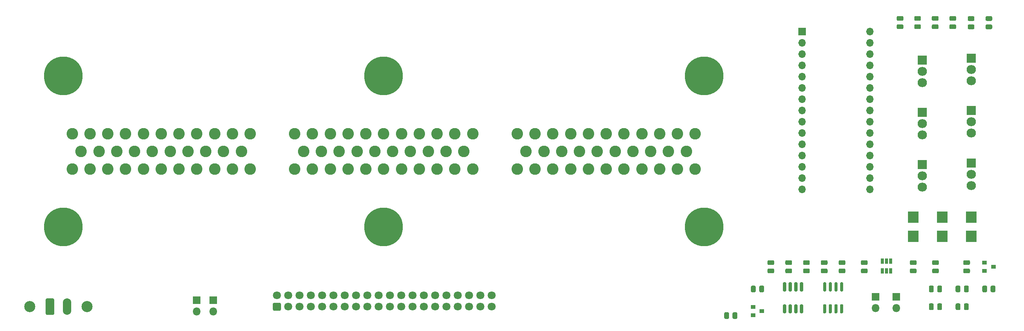
<source format=gbr>
%TF.GenerationSoftware,KiCad,Pcbnew,(5.1.6)-1*%
%TF.CreationDate,2021-10-20T19:30:18-05:00*%
%TF.ProjectId,Jeep JTEC,4a656570-204a-4544-9543-2e6b69636164,rev?*%
%TF.SameCoordinates,Original*%
%TF.FileFunction,Soldermask,Top*%
%TF.FilePolarity,Negative*%
%FSLAX46Y46*%
G04 Gerber Fmt 4.6, Leading zero omitted, Abs format (unit mm)*
G04 Created by KiCad (PCBNEW (5.1.6)-1) date 2021-10-20 19:30:18*
%MOMM*%
%LPD*%
G01*
G04 APERTURE LIST*
%ADD10C,2.600000*%
%ADD11O,1.800000X1.800000*%
%ADD12R,1.800000X1.800000*%
%ADD13R,2.400000X2.600000*%
%ADD14R,0.750000X1.160000*%
%ADD15C,1.000000*%
%ADD16C,8.700000*%
%ADD17C,2.500000*%
%ADD18O,1.900000X3.700000*%
%ADD19O,2.100000X2.005000*%
%ADD20R,2.100000X2.005000*%
%ADD21R,1.000000X0.900000*%
%ADD22C,1.800000*%
%ADD23O,1.700000X1.700000*%
%ADD24R,1.700000X1.700000*%
G04 APERTURE END LIST*
D10*
%TO.C,C1*%
X50000000Y-85000000D03*
X54000000Y-85000000D03*
X58000000Y-85000000D03*
X62000000Y-85000000D03*
X66000000Y-85000000D03*
X70000000Y-85000000D03*
X74000000Y-85000000D03*
X78000000Y-85000000D03*
X82000000Y-85000000D03*
X86000000Y-85000000D03*
X90000000Y-85000000D03*
X52000000Y-89000000D03*
X56000000Y-89000000D03*
X60000000Y-89000000D03*
X64000000Y-89000000D03*
X68000000Y-89000000D03*
X72000000Y-89000000D03*
X76000000Y-89000000D03*
X80000000Y-89000000D03*
X84000000Y-89000000D03*
X88000000Y-89000000D03*
X50000000Y-93000000D03*
X54000000Y-93000000D03*
X58000000Y-93000000D03*
X62000000Y-93000000D03*
X66000000Y-93000000D03*
X70000000Y-93000000D03*
X74000000Y-93000000D03*
X78000000Y-93000000D03*
X82000000Y-93000000D03*
X86000000Y-93000000D03*
X90000000Y-93000000D03*
%TD*%
%TO.C,C3*%
X150000000Y-85000000D03*
X154000000Y-85000000D03*
X158000000Y-85000000D03*
X162000000Y-85000000D03*
X166000000Y-85000000D03*
X170000000Y-85000000D03*
X174000000Y-85000000D03*
X178000000Y-85000000D03*
X182000000Y-85000000D03*
X186000000Y-85000000D03*
X190000000Y-85000000D03*
X152000000Y-89000000D03*
X156000000Y-89000000D03*
X160000000Y-89000000D03*
X164000000Y-89000000D03*
X168000000Y-89000000D03*
X172000000Y-89000000D03*
X176000000Y-89000000D03*
X180000000Y-89000000D03*
X184000000Y-89000000D03*
X188000000Y-89000000D03*
X150000000Y-93000000D03*
X154000000Y-93000000D03*
X158000000Y-93000000D03*
X162000000Y-93000000D03*
X166000000Y-93000000D03*
X170000000Y-93000000D03*
X174000000Y-93000000D03*
X178000000Y-93000000D03*
X182000000Y-93000000D03*
X186000000Y-93000000D03*
X190000000Y-93000000D03*
%TD*%
%TO.C,C2*%
X100000000Y-85000000D03*
X104000000Y-85000000D03*
X108000000Y-85000000D03*
X112000000Y-85000000D03*
X116000000Y-85000000D03*
X120000000Y-85000000D03*
X124000000Y-85000000D03*
X128000000Y-85000000D03*
X132000000Y-85000000D03*
X136000000Y-85000000D03*
X140000000Y-85000000D03*
X102000000Y-89000000D03*
X106000000Y-89000000D03*
X110000000Y-89000000D03*
X114000000Y-89000000D03*
X118000000Y-89000000D03*
X122000000Y-89000000D03*
X126000000Y-89000000D03*
X130000000Y-89000000D03*
X134000000Y-89000000D03*
X138000000Y-89000000D03*
X100000000Y-93000000D03*
X104000000Y-93000000D03*
X108000000Y-93000000D03*
X112000000Y-93000000D03*
X116000000Y-93000000D03*
X120000000Y-93000000D03*
X124000000Y-93000000D03*
X128000000Y-93000000D03*
X132000000Y-93000000D03*
X136000000Y-93000000D03*
X140000000Y-93000000D03*
%TD*%
D11*
%TO.C,JP5*%
X81650000Y-125040000D03*
D12*
X81650000Y-122500000D03*
%TD*%
D11*
%TO.C,JP4*%
X78000000Y-125040000D03*
D12*
X78000000Y-122500000D03*
%TD*%
D13*
%TO.C,D4*%
X252000000Y-103850000D03*
X252000000Y-108150000D03*
%TD*%
%TO.C,D3*%
X245550000Y-103850000D03*
X245550000Y-108150000D03*
%TD*%
%TO.C,D2*%
X239000000Y-103850000D03*
X239000000Y-108150000D03*
%TD*%
D14*
%TO.C,U2*%
X233000000Y-113720000D03*
X232050000Y-113720000D03*
X233950000Y-113720000D03*
X233950000Y-115920000D03*
X233000000Y-115920000D03*
X232050000Y-115920000D03*
%TD*%
%TO.C,R19*%
G36*
G01*
X198400000Y-126481250D02*
X198400000Y-125518750D01*
G75*
G02*
X198668750Y-125250000I268750J0D01*
G01*
X199206250Y-125250000D01*
G75*
G02*
X199475000Y-125518750I0J-268750D01*
G01*
X199475000Y-126481250D01*
G75*
G02*
X199206250Y-126750000I-268750J0D01*
G01*
X198668750Y-126750000D01*
G75*
G02*
X198400000Y-126481250I0J268750D01*
G01*
G37*
G36*
G01*
X196525000Y-126481250D02*
X196525000Y-125518750D01*
G75*
G02*
X196793750Y-125250000I268750J0D01*
G01*
X197331250Y-125250000D01*
G75*
G02*
X197600000Y-125518750I0J-268750D01*
G01*
X197600000Y-126481250D01*
G75*
G02*
X197331250Y-126750000I-268750J0D01*
G01*
X196793750Y-126750000D01*
G75*
G02*
X196525000Y-126481250I0J268750D01*
G01*
G37*
%TD*%
D15*
%TO.C,H6*%
X194280419Y-103719581D03*
X192000000Y-102775000D03*
X189719581Y-103719581D03*
X188775000Y-106000000D03*
X189719581Y-108280419D03*
X192000000Y-109225000D03*
X194280419Y-108280419D03*
X195225000Y-106000000D03*
D16*
X192000000Y-106000000D03*
%TD*%
D15*
%TO.C,H5*%
X194280419Y-69719581D03*
X192000000Y-68775000D03*
X189719581Y-69719581D03*
X188775000Y-72000000D03*
X189719581Y-74280419D03*
X192000000Y-75225000D03*
X194280419Y-74280419D03*
X195225000Y-72000000D03*
D16*
X192000000Y-72000000D03*
%TD*%
D15*
%TO.C,H4*%
X50280419Y-69719581D03*
X48000000Y-68775000D03*
X45719581Y-69719581D03*
X44775000Y-72000000D03*
X45719581Y-74280419D03*
X48000000Y-75225000D03*
X50280419Y-74280419D03*
X51225000Y-72000000D03*
D16*
X48000000Y-72000000D03*
%TD*%
D15*
%TO.C,H3*%
X122280419Y-69719581D03*
X120000000Y-68775000D03*
X117719581Y-69719581D03*
X116775000Y-72000000D03*
X117719581Y-74280419D03*
X120000000Y-75225000D03*
X122280419Y-74280419D03*
X123225000Y-72000000D03*
D16*
X120000000Y-72000000D03*
%TD*%
D15*
%TO.C,H2*%
X50280419Y-103719581D03*
X48000000Y-102775000D03*
X45719581Y-103719581D03*
X44775000Y-106000000D03*
X45719581Y-108280419D03*
X48000000Y-109225000D03*
X50280419Y-108280419D03*
X51225000Y-106000000D03*
D16*
X48000000Y-106000000D03*
%TD*%
D15*
%TO.C,H1*%
X122280419Y-103719581D03*
X120000000Y-102775000D03*
X117719581Y-103719581D03*
X116775000Y-106000000D03*
X117719581Y-108280419D03*
X120000000Y-109225000D03*
X122280419Y-108280419D03*
X123225000Y-106000000D03*
D16*
X120000000Y-106000000D03*
%TD*%
D17*
%TO.C,J2*%
X53310000Y-124000000D03*
X40500000Y-124000000D03*
D18*
X48810000Y-124000000D03*
G36*
G01*
X44050000Y-125586111D02*
X44050000Y-122413889D01*
G75*
G02*
X44313889Y-122150000I263889J0D01*
G01*
X45686111Y-122150000D01*
G75*
G02*
X45950000Y-122413889I0J-263889D01*
G01*
X45950000Y-125586111D01*
G75*
G02*
X45686111Y-125850000I-263889J0D01*
G01*
X44313889Y-125850000D01*
G75*
G02*
X44050000Y-125586111I0J263889D01*
G01*
G37*
%TD*%
%TO.C,U1*%
G36*
G01*
X219270000Y-120550000D02*
X218920000Y-120550000D01*
G75*
G02*
X218745000Y-120375000I0J175000D01*
G01*
X218745000Y-118675000D01*
G75*
G02*
X218920000Y-118500000I175000J0D01*
G01*
X219270000Y-118500000D01*
G75*
G02*
X219445000Y-118675000I0J-175000D01*
G01*
X219445000Y-120375000D01*
G75*
G02*
X219270000Y-120550000I-175000J0D01*
G01*
G37*
G36*
G01*
X220540000Y-120550000D02*
X220190000Y-120550000D01*
G75*
G02*
X220015000Y-120375000I0J175000D01*
G01*
X220015000Y-118675000D01*
G75*
G02*
X220190000Y-118500000I175000J0D01*
G01*
X220540000Y-118500000D01*
G75*
G02*
X220715000Y-118675000I0J-175000D01*
G01*
X220715000Y-120375000D01*
G75*
G02*
X220540000Y-120550000I-175000J0D01*
G01*
G37*
G36*
G01*
X221810000Y-120550000D02*
X221460000Y-120550000D01*
G75*
G02*
X221285000Y-120375000I0J175000D01*
G01*
X221285000Y-118675000D01*
G75*
G02*
X221460000Y-118500000I175000J0D01*
G01*
X221810000Y-118500000D01*
G75*
G02*
X221985000Y-118675000I0J-175000D01*
G01*
X221985000Y-120375000D01*
G75*
G02*
X221810000Y-120550000I-175000J0D01*
G01*
G37*
G36*
G01*
X223080000Y-120550000D02*
X222730000Y-120550000D01*
G75*
G02*
X222555000Y-120375000I0J175000D01*
G01*
X222555000Y-118675000D01*
G75*
G02*
X222730000Y-118500000I175000J0D01*
G01*
X223080000Y-118500000D01*
G75*
G02*
X223255000Y-118675000I0J-175000D01*
G01*
X223255000Y-120375000D01*
G75*
G02*
X223080000Y-120550000I-175000J0D01*
G01*
G37*
G36*
G01*
X223080000Y-125500000D02*
X222730000Y-125500000D01*
G75*
G02*
X222555000Y-125325000I0J175000D01*
G01*
X222555000Y-123625000D01*
G75*
G02*
X222730000Y-123450000I175000J0D01*
G01*
X223080000Y-123450000D01*
G75*
G02*
X223255000Y-123625000I0J-175000D01*
G01*
X223255000Y-125325000D01*
G75*
G02*
X223080000Y-125500000I-175000J0D01*
G01*
G37*
G36*
G01*
X221810000Y-125500000D02*
X221460000Y-125500000D01*
G75*
G02*
X221285000Y-125325000I0J175000D01*
G01*
X221285000Y-123625000D01*
G75*
G02*
X221460000Y-123450000I175000J0D01*
G01*
X221810000Y-123450000D01*
G75*
G02*
X221985000Y-123625000I0J-175000D01*
G01*
X221985000Y-125325000D01*
G75*
G02*
X221810000Y-125500000I-175000J0D01*
G01*
G37*
G36*
G01*
X220540000Y-125500000D02*
X220190000Y-125500000D01*
G75*
G02*
X220015000Y-125325000I0J175000D01*
G01*
X220015000Y-123625000D01*
G75*
G02*
X220190000Y-123450000I175000J0D01*
G01*
X220540000Y-123450000D01*
G75*
G02*
X220715000Y-123625000I0J-175000D01*
G01*
X220715000Y-125325000D01*
G75*
G02*
X220540000Y-125500000I-175000J0D01*
G01*
G37*
G36*
G01*
X219270000Y-125500000D02*
X218920000Y-125500000D01*
G75*
G02*
X218745000Y-125325000I0J175000D01*
G01*
X218745000Y-123625000D01*
G75*
G02*
X218920000Y-123450000I175000J0D01*
G01*
X219270000Y-123450000D01*
G75*
G02*
X219445000Y-123625000I0J-175000D01*
G01*
X219445000Y-125325000D01*
G75*
G02*
X219270000Y-125500000I-175000J0D01*
G01*
G37*
%TD*%
%TO.C,R18*%
G36*
G01*
X250400000Y-124481250D02*
X250400000Y-123518750D01*
G75*
G02*
X250668750Y-123250000I268750J0D01*
G01*
X251206250Y-123250000D01*
G75*
G02*
X251475000Y-123518750I0J-268750D01*
G01*
X251475000Y-124481250D01*
G75*
G02*
X251206250Y-124750000I-268750J0D01*
G01*
X250668750Y-124750000D01*
G75*
G02*
X250400000Y-124481250I0J268750D01*
G01*
G37*
G36*
G01*
X248525000Y-124481250D02*
X248525000Y-123518750D01*
G75*
G02*
X248793750Y-123250000I268750J0D01*
G01*
X249331250Y-123250000D01*
G75*
G02*
X249600000Y-123518750I0J-268750D01*
G01*
X249600000Y-124481250D01*
G75*
G02*
X249331250Y-124750000I-268750J0D01*
G01*
X248793750Y-124750000D01*
G75*
G02*
X248525000Y-124481250I0J268750D01*
G01*
G37*
%TD*%
%TO.C,R17*%
G36*
G01*
X252481250Y-59600000D02*
X251518750Y-59600000D01*
G75*
G02*
X251250000Y-59331250I0J268750D01*
G01*
X251250000Y-58793750D01*
G75*
G02*
X251518750Y-58525000I268750J0D01*
G01*
X252481250Y-58525000D01*
G75*
G02*
X252750000Y-58793750I0J-268750D01*
G01*
X252750000Y-59331250D01*
G75*
G02*
X252481250Y-59600000I-268750J0D01*
G01*
G37*
G36*
G01*
X252481250Y-61475000D02*
X251518750Y-61475000D01*
G75*
G02*
X251250000Y-61206250I0J268750D01*
G01*
X251250000Y-60668750D01*
G75*
G02*
X251518750Y-60400000I268750J0D01*
G01*
X252481250Y-60400000D01*
G75*
G02*
X252750000Y-60668750I0J-268750D01*
G01*
X252750000Y-61206250D01*
G75*
G02*
X252481250Y-61475000I-268750J0D01*
G01*
G37*
%TD*%
%TO.C,R16*%
G36*
G01*
X248361250Y-59570000D02*
X247398750Y-59570000D01*
G75*
G02*
X247130000Y-59301250I0J268750D01*
G01*
X247130000Y-58763750D01*
G75*
G02*
X247398750Y-58495000I268750J0D01*
G01*
X248361250Y-58495000D01*
G75*
G02*
X248630000Y-58763750I0J-268750D01*
G01*
X248630000Y-59301250D01*
G75*
G02*
X248361250Y-59570000I-268750J0D01*
G01*
G37*
G36*
G01*
X248361250Y-61445000D02*
X247398750Y-61445000D01*
G75*
G02*
X247130000Y-61176250I0J268750D01*
G01*
X247130000Y-60638750D01*
G75*
G02*
X247398750Y-60370000I268750J0D01*
G01*
X248361250Y-60370000D01*
G75*
G02*
X248630000Y-60638750I0J-268750D01*
G01*
X248630000Y-61176250D01*
G75*
G02*
X248361250Y-61445000I-268750J0D01*
G01*
G37*
%TD*%
%TO.C,R15*%
G36*
G01*
X244411250Y-59570000D02*
X243448750Y-59570000D01*
G75*
G02*
X243180000Y-59301250I0J268750D01*
G01*
X243180000Y-58763750D01*
G75*
G02*
X243448750Y-58495000I268750J0D01*
G01*
X244411250Y-58495000D01*
G75*
G02*
X244680000Y-58763750I0J-268750D01*
G01*
X244680000Y-59301250D01*
G75*
G02*
X244411250Y-59570000I-268750J0D01*
G01*
G37*
G36*
G01*
X244411250Y-61445000D02*
X243448750Y-61445000D01*
G75*
G02*
X243180000Y-61176250I0J268750D01*
G01*
X243180000Y-60638750D01*
G75*
G02*
X243448750Y-60370000I268750J0D01*
G01*
X244411250Y-60370000D01*
G75*
G02*
X244680000Y-60638750I0J-268750D01*
G01*
X244680000Y-61176250D01*
G75*
G02*
X244411250Y-61445000I-268750J0D01*
G01*
G37*
%TD*%
%TO.C,R14*%
G36*
G01*
X256481250Y-59600000D02*
X255518750Y-59600000D01*
G75*
G02*
X255250000Y-59331250I0J268750D01*
G01*
X255250000Y-58793750D01*
G75*
G02*
X255518750Y-58525000I268750J0D01*
G01*
X256481250Y-58525000D01*
G75*
G02*
X256750000Y-58793750I0J-268750D01*
G01*
X256750000Y-59331250D01*
G75*
G02*
X256481250Y-59600000I-268750J0D01*
G01*
G37*
G36*
G01*
X256481250Y-61475000D02*
X255518750Y-61475000D01*
G75*
G02*
X255250000Y-61206250I0J268750D01*
G01*
X255250000Y-60668750D01*
G75*
G02*
X255518750Y-60400000I268750J0D01*
G01*
X256481250Y-60400000D01*
G75*
G02*
X256750000Y-60668750I0J-268750D01*
G01*
X256750000Y-61206250D01*
G75*
G02*
X256481250Y-61475000I-268750J0D01*
G01*
G37*
%TD*%
%TO.C,R13*%
G36*
G01*
X240461250Y-59570000D02*
X239498750Y-59570000D01*
G75*
G02*
X239230000Y-59301250I0J268750D01*
G01*
X239230000Y-58763750D01*
G75*
G02*
X239498750Y-58495000I268750J0D01*
G01*
X240461250Y-58495000D01*
G75*
G02*
X240730000Y-58763750I0J-268750D01*
G01*
X240730000Y-59301250D01*
G75*
G02*
X240461250Y-59570000I-268750J0D01*
G01*
G37*
G36*
G01*
X240461250Y-61445000D02*
X239498750Y-61445000D01*
G75*
G02*
X239230000Y-61176250I0J268750D01*
G01*
X239230000Y-60638750D01*
G75*
G02*
X239498750Y-60370000I268750J0D01*
G01*
X240461250Y-60370000D01*
G75*
G02*
X240730000Y-60638750I0J-268750D01*
G01*
X240730000Y-61176250D01*
G75*
G02*
X240461250Y-61445000I-268750J0D01*
G01*
G37*
%TD*%
%TO.C,R12*%
G36*
G01*
X236511250Y-59570000D02*
X235548750Y-59570000D01*
G75*
G02*
X235280000Y-59301250I0J268750D01*
G01*
X235280000Y-58763750D01*
G75*
G02*
X235548750Y-58495000I268750J0D01*
G01*
X236511250Y-58495000D01*
G75*
G02*
X236780000Y-58763750I0J-268750D01*
G01*
X236780000Y-59301250D01*
G75*
G02*
X236511250Y-59570000I-268750J0D01*
G01*
G37*
G36*
G01*
X236511250Y-61445000D02*
X235548750Y-61445000D01*
G75*
G02*
X235280000Y-61176250I0J268750D01*
G01*
X235280000Y-60638750D01*
G75*
G02*
X235548750Y-60370000I268750J0D01*
G01*
X236511250Y-60370000D01*
G75*
G02*
X236780000Y-60638750I0J-268750D01*
G01*
X236780000Y-61176250D01*
G75*
G02*
X236511250Y-61445000I-268750J0D01*
G01*
G37*
%TD*%
%TO.C,R11*%
G36*
G01*
X244400000Y-124481250D02*
X244400000Y-123518750D01*
G75*
G02*
X244668750Y-123250000I268750J0D01*
G01*
X245206250Y-123250000D01*
G75*
G02*
X245475000Y-123518750I0J-268750D01*
G01*
X245475000Y-124481250D01*
G75*
G02*
X245206250Y-124750000I-268750J0D01*
G01*
X244668750Y-124750000D01*
G75*
G02*
X244400000Y-124481250I0J268750D01*
G01*
G37*
G36*
G01*
X242525000Y-124481250D02*
X242525000Y-123518750D01*
G75*
G02*
X242793750Y-123250000I268750J0D01*
G01*
X243331250Y-123250000D01*
G75*
G02*
X243600000Y-123518750I0J-268750D01*
G01*
X243600000Y-124481250D01*
G75*
G02*
X243331250Y-124750000I-268750J0D01*
G01*
X242793750Y-124750000D01*
G75*
G02*
X242525000Y-124481250I0J268750D01*
G01*
G37*
%TD*%
%TO.C,R10*%
G36*
G01*
X251481250Y-114600000D02*
X250518750Y-114600000D01*
G75*
G02*
X250250000Y-114331250I0J268750D01*
G01*
X250250000Y-113793750D01*
G75*
G02*
X250518750Y-113525000I268750J0D01*
G01*
X251481250Y-113525000D01*
G75*
G02*
X251750000Y-113793750I0J-268750D01*
G01*
X251750000Y-114331250D01*
G75*
G02*
X251481250Y-114600000I-268750J0D01*
G01*
G37*
G36*
G01*
X251481250Y-116475000D02*
X250518750Y-116475000D01*
G75*
G02*
X250250000Y-116206250I0J268750D01*
G01*
X250250000Y-115668750D01*
G75*
G02*
X250518750Y-115400000I268750J0D01*
G01*
X251481250Y-115400000D01*
G75*
G02*
X251750000Y-115668750I0J-268750D01*
G01*
X251750000Y-116206250D01*
G75*
G02*
X251481250Y-116475000I-268750J0D01*
G01*
G37*
%TD*%
%TO.C,R9*%
G36*
G01*
X250400000Y-120481250D02*
X250400000Y-119518750D01*
G75*
G02*
X250668750Y-119250000I268750J0D01*
G01*
X251206250Y-119250000D01*
G75*
G02*
X251475000Y-119518750I0J-268750D01*
G01*
X251475000Y-120481250D01*
G75*
G02*
X251206250Y-120750000I-268750J0D01*
G01*
X250668750Y-120750000D01*
G75*
G02*
X250400000Y-120481250I0J268750D01*
G01*
G37*
G36*
G01*
X248525000Y-120481250D02*
X248525000Y-119518750D01*
G75*
G02*
X248793750Y-119250000I268750J0D01*
G01*
X249331250Y-119250000D01*
G75*
G02*
X249600000Y-119518750I0J-268750D01*
G01*
X249600000Y-120481250D01*
G75*
G02*
X249331250Y-120750000I-268750J0D01*
G01*
X248793750Y-120750000D01*
G75*
G02*
X248525000Y-120481250I0J268750D01*
G01*
G37*
%TD*%
%TO.C,R8*%
G36*
G01*
X244481250Y-114600000D02*
X243518750Y-114600000D01*
G75*
G02*
X243250000Y-114331250I0J268750D01*
G01*
X243250000Y-113793750D01*
G75*
G02*
X243518750Y-113525000I268750J0D01*
G01*
X244481250Y-113525000D01*
G75*
G02*
X244750000Y-113793750I0J-268750D01*
G01*
X244750000Y-114331250D01*
G75*
G02*
X244481250Y-114600000I-268750J0D01*
G01*
G37*
G36*
G01*
X244481250Y-116475000D02*
X243518750Y-116475000D01*
G75*
G02*
X243250000Y-116206250I0J268750D01*
G01*
X243250000Y-115668750D01*
G75*
G02*
X243518750Y-115400000I268750J0D01*
G01*
X244481250Y-115400000D01*
G75*
G02*
X244750000Y-115668750I0J-268750D01*
G01*
X244750000Y-116206250D01*
G75*
G02*
X244481250Y-116475000I-268750J0D01*
G01*
G37*
%TD*%
%TO.C,R7*%
G36*
G01*
X244400000Y-120481250D02*
X244400000Y-119518750D01*
G75*
G02*
X244668750Y-119250000I268750J0D01*
G01*
X245206250Y-119250000D01*
G75*
G02*
X245475000Y-119518750I0J-268750D01*
G01*
X245475000Y-120481250D01*
G75*
G02*
X245206250Y-120750000I-268750J0D01*
G01*
X244668750Y-120750000D01*
G75*
G02*
X244400000Y-120481250I0J268750D01*
G01*
G37*
G36*
G01*
X242525000Y-120481250D02*
X242525000Y-119518750D01*
G75*
G02*
X242793750Y-119250000I268750J0D01*
G01*
X243331250Y-119250000D01*
G75*
G02*
X243600000Y-119518750I0J-268750D01*
G01*
X243600000Y-120481250D01*
G75*
G02*
X243331250Y-120750000I-268750J0D01*
G01*
X242793750Y-120750000D01*
G75*
G02*
X242525000Y-120481250I0J268750D01*
G01*
G37*
%TD*%
%TO.C,R6*%
G36*
G01*
X219481250Y-114600000D02*
X218518750Y-114600000D01*
G75*
G02*
X218250000Y-114331250I0J268750D01*
G01*
X218250000Y-113793750D01*
G75*
G02*
X218518750Y-113525000I268750J0D01*
G01*
X219481250Y-113525000D01*
G75*
G02*
X219750000Y-113793750I0J-268750D01*
G01*
X219750000Y-114331250D01*
G75*
G02*
X219481250Y-114600000I-268750J0D01*
G01*
G37*
G36*
G01*
X219481250Y-116475000D02*
X218518750Y-116475000D01*
G75*
G02*
X218250000Y-116206250I0J268750D01*
G01*
X218250000Y-115668750D01*
G75*
G02*
X218518750Y-115400000I268750J0D01*
G01*
X219481250Y-115400000D01*
G75*
G02*
X219750000Y-115668750I0J-268750D01*
G01*
X219750000Y-116206250D01*
G75*
G02*
X219481250Y-116475000I-268750J0D01*
G01*
G37*
%TD*%
%TO.C,R5*%
G36*
G01*
X256400000Y-120481250D02*
X256400000Y-119518750D01*
G75*
G02*
X256668750Y-119250000I268750J0D01*
G01*
X257206250Y-119250000D01*
G75*
G02*
X257475000Y-119518750I0J-268750D01*
G01*
X257475000Y-120481250D01*
G75*
G02*
X257206250Y-120750000I-268750J0D01*
G01*
X256668750Y-120750000D01*
G75*
G02*
X256400000Y-120481250I0J268750D01*
G01*
G37*
G36*
G01*
X254525000Y-120481250D02*
X254525000Y-119518750D01*
G75*
G02*
X254793750Y-119250000I268750J0D01*
G01*
X255331250Y-119250000D01*
G75*
G02*
X255600000Y-119518750I0J-268750D01*
G01*
X255600000Y-120481250D01*
G75*
G02*
X255331250Y-120750000I-268750J0D01*
G01*
X254793750Y-120750000D01*
G75*
G02*
X254525000Y-120481250I0J268750D01*
G01*
G37*
%TD*%
%TO.C,R4*%
G36*
G01*
X215481250Y-114600000D02*
X214518750Y-114600000D01*
G75*
G02*
X214250000Y-114331250I0J268750D01*
G01*
X214250000Y-113793750D01*
G75*
G02*
X214518750Y-113525000I268750J0D01*
G01*
X215481250Y-113525000D01*
G75*
G02*
X215750000Y-113793750I0J-268750D01*
G01*
X215750000Y-114331250D01*
G75*
G02*
X215481250Y-114600000I-268750J0D01*
G01*
G37*
G36*
G01*
X215481250Y-116475000D02*
X214518750Y-116475000D01*
G75*
G02*
X214250000Y-116206250I0J268750D01*
G01*
X214250000Y-115668750D01*
G75*
G02*
X214518750Y-115400000I268750J0D01*
G01*
X215481250Y-115400000D01*
G75*
G02*
X215750000Y-115668750I0J-268750D01*
G01*
X215750000Y-116206250D01*
G75*
G02*
X215481250Y-116475000I-268750J0D01*
G01*
G37*
%TD*%
%TO.C,R3*%
G36*
G01*
X211481250Y-114600000D02*
X210518750Y-114600000D01*
G75*
G02*
X210250000Y-114331250I0J268750D01*
G01*
X210250000Y-113793750D01*
G75*
G02*
X210518750Y-113525000I268750J0D01*
G01*
X211481250Y-113525000D01*
G75*
G02*
X211750000Y-113793750I0J-268750D01*
G01*
X211750000Y-114331250D01*
G75*
G02*
X211481250Y-114600000I-268750J0D01*
G01*
G37*
G36*
G01*
X211481250Y-116475000D02*
X210518750Y-116475000D01*
G75*
G02*
X210250000Y-116206250I0J268750D01*
G01*
X210250000Y-115668750D01*
G75*
G02*
X210518750Y-115400000I268750J0D01*
G01*
X211481250Y-115400000D01*
G75*
G02*
X211750000Y-115668750I0J-268750D01*
G01*
X211750000Y-116206250D01*
G75*
G02*
X211481250Y-116475000I-268750J0D01*
G01*
G37*
%TD*%
%TO.C,R2*%
G36*
G01*
X204400000Y-120481250D02*
X204400000Y-119518750D01*
G75*
G02*
X204668750Y-119250000I268750J0D01*
G01*
X205206250Y-119250000D01*
G75*
G02*
X205475000Y-119518750I0J-268750D01*
G01*
X205475000Y-120481250D01*
G75*
G02*
X205206250Y-120750000I-268750J0D01*
G01*
X204668750Y-120750000D01*
G75*
G02*
X204400000Y-120481250I0J268750D01*
G01*
G37*
G36*
G01*
X202525000Y-120481250D02*
X202525000Y-119518750D01*
G75*
G02*
X202793750Y-119250000I268750J0D01*
G01*
X203331250Y-119250000D01*
G75*
G02*
X203600000Y-119518750I0J-268750D01*
G01*
X203600000Y-120481250D01*
G75*
G02*
X203331250Y-120750000I-268750J0D01*
G01*
X202793750Y-120750000D01*
G75*
G02*
X202525000Y-120481250I0J268750D01*
G01*
G37*
%TD*%
%TO.C,R1*%
G36*
G01*
X207481250Y-114600000D02*
X206518750Y-114600000D01*
G75*
G02*
X206250000Y-114331250I0J268750D01*
G01*
X206250000Y-113793750D01*
G75*
G02*
X206518750Y-113525000I268750J0D01*
G01*
X207481250Y-113525000D01*
G75*
G02*
X207750000Y-113793750I0J-268750D01*
G01*
X207750000Y-114331250D01*
G75*
G02*
X207481250Y-114600000I-268750J0D01*
G01*
G37*
G36*
G01*
X207481250Y-116475000D02*
X206518750Y-116475000D01*
G75*
G02*
X206250000Y-116206250I0J268750D01*
G01*
X206250000Y-115668750D01*
G75*
G02*
X206518750Y-115400000I268750J0D01*
G01*
X207481250Y-115400000D01*
G75*
G02*
X207750000Y-115668750I0J-268750D01*
G01*
X207750000Y-116206250D01*
G75*
G02*
X207481250Y-116475000I-268750J0D01*
G01*
G37*
%TD*%
D19*
%TO.C,Q8*%
X241000000Y-97080000D03*
X241000000Y-94540000D03*
D20*
X241000000Y-92000000D03*
%TD*%
D19*
%TO.C,Q7*%
X241000000Y-85280000D03*
X241000000Y-82740000D03*
D20*
X241000000Y-80200000D03*
%TD*%
D19*
%TO.C,Q6*%
X241000000Y-73480000D03*
X241000000Y-70940000D03*
D20*
X241000000Y-68400000D03*
%TD*%
D19*
%TO.C,Q5*%
X252000000Y-96680000D03*
X252000000Y-94140000D03*
D20*
X252000000Y-91600000D03*
%TD*%
D19*
%TO.C,Q4*%
X252000000Y-84880000D03*
X252000000Y-82340000D03*
D20*
X252000000Y-79800000D03*
%TD*%
D19*
%TO.C,Q3*%
X252000000Y-73080000D03*
X252000000Y-70540000D03*
D20*
X252000000Y-68000000D03*
%TD*%
%TO.C,Q2*%
G36*
G01*
X210270000Y-120550000D02*
X209920000Y-120550000D01*
G75*
G02*
X209745000Y-120375000I0J175000D01*
G01*
X209745000Y-118675000D01*
G75*
G02*
X209920000Y-118500000I175000J0D01*
G01*
X210270000Y-118500000D01*
G75*
G02*
X210445000Y-118675000I0J-175000D01*
G01*
X210445000Y-120375000D01*
G75*
G02*
X210270000Y-120550000I-175000J0D01*
G01*
G37*
G36*
G01*
X211540000Y-120550000D02*
X211190000Y-120550000D01*
G75*
G02*
X211015000Y-120375000I0J175000D01*
G01*
X211015000Y-118675000D01*
G75*
G02*
X211190000Y-118500000I175000J0D01*
G01*
X211540000Y-118500000D01*
G75*
G02*
X211715000Y-118675000I0J-175000D01*
G01*
X211715000Y-120375000D01*
G75*
G02*
X211540000Y-120550000I-175000J0D01*
G01*
G37*
G36*
G01*
X212810000Y-120550000D02*
X212460000Y-120550000D01*
G75*
G02*
X212285000Y-120375000I0J175000D01*
G01*
X212285000Y-118675000D01*
G75*
G02*
X212460000Y-118500000I175000J0D01*
G01*
X212810000Y-118500000D01*
G75*
G02*
X212985000Y-118675000I0J-175000D01*
G01*
X212985000Y-120375000D01*
G75*
G02*
X212810000Y-120550000I-175000J0D01*
G01*
G37*
G36*
G01*
X214080000Y-120550000D02*
X213730000Y-120550000D01*
G75*
G02*
X213555000Y-120375000I0J175000D01*
G01*
X213555000Y-118675000D01*
G75*
G02*
X213730000Y-118500000I175000J0D01*
G01*
X214080000Y-118500000D01*
G75*
G02*
X214255000Y-118675000I0J-175000D01*
G01*
X214255000Y-120375000D01*
G75*
G02*
X214080000Y-120550000I-175000J0D01*
G01*
G37*
G36*
G01*
X214080000Y-125500000D02*
X213730000Y-125500000D01*
G75*
G02*
X213555000Y-125325000I0J175000D01*
G01*
X213555000Y-123625000D01*
G75*
G02*
X213730000Y-123450000I175000J0D01*
G01*
X214080000Y-123450000D01*
G75*
G02*
X214255000Y-123625000I0J-175000D01*
G01*
X214255000Y-125325000D01*
G75*
G02*
X214080000Y-125500000I-175000J0D01*
G01*
G37*
G36*
G01*
X212810000Y-125500000D02*
X212460000Y-125500000D01*
G75*
G02*
X212285000Y-125325000I0J175000D01*
G01*
X212285000Y-123625000D01*
G75*
G02*
X212460000Y-123450000I175000J0D01*
G01*
X212810000Y-123450000D01*
G75*
G02*
X212985000Y-123625000I0J-175000D01*
G01*
X212985000Y-125325000D01*
G75*
G02*
X212810000Y-125500000I-175000J0D01*
G01*
G37*
G36*
G01*
X211540000Y-125500000D02*
X211190000Y-125500000D01*
G75*
G02*
X211015000Y-125325000I0J175000D01*
G01*
X211015000Y-123625000D01*
G75*
G02*
X211190000Y-123450000I175000J0D01*
G01*
X211540000Y-123450000D01*
G75*
G02*
X211715000Y-123625000I0J-175000D01*
G01*
X211715000Y-125325000D01*
G75*
G02*
X211540000Y-125500000I-175000J0D01*
G01*
G37*
G36*
G01*
X210270000Y-125500000D02*
X209920000Y-125500000D01*
G75*
G02*
X209745000Y-125325000I0J175000D01*
G01*
X209745000Y-123625000D01*
G75*
G02*
X209920000Y-123450000I175000J0D01*
G01*
X210270000Y-123450000D01*
G75*
G02*
X210445000Y-123625000I0J-175000D01*
G01*
X210445000Y-125325000D01*
G75*
G02*
X210270000Y-125500000I-175000J0D01*
G01*
G37*
%TD*%
D21*
%TO.C,Q1*%
X205000000Y-125000000D03*
X203000000Y-125950000D03*
X203000000Y-124050000D03*
%TD*%
D11*
%TO.C,JP2*%
X230540000Y-124280000D03*
D12*
X230540000Y-121740000D03*
%TD*%
D11*
%TO.C,JP1*%
X235190000Y-124280000D03*
D12*
X235190000Y-121740000D03*
%TD*%
D22*
%TO.C,J1*%
X144260000Y-121460000D03*
X141720000Y-121460000D03*
X139180000Y-121460000D03*
X136640000Y-121460000D03*
X134100000Y-121460000D03*
X131560000Y-121460000D03*
X129020000Y-121460000D03*
X126480000Y-121460000D03*
X123940000Y-121460000D03*
X121400000Y-121460000D03*
X118860000Y-121460000D03*
X116320000Y-121460000D03*
X113780000Y-121460000D03*
X111240000Y-121460000D03*
X108700000Y-121460000D03*
X106160000Y-121460000D03*
X103620000Y-121460000D03*
X101080000Y-121460000D03*
X98540000Y-121460000D03*
X96000000Y-121460000D03*
X144260000Y-124000000D03*
X141720000Y-124000000D03*
X139180000Y-124000000D03*
X136640000Y-124000000D03*
X134100000Y-124000000D03*
X131560000Y-124000000D03*
X129020000Y-124000000D03*
X126480000Y-124000000D03*
X123940000Y-124000000D03*
X121400000Y-124000000D03*
X118860000Y-124000000D03*
X116320000Y-124000000D03*
X113780000Y-124000000D03*
X111240000Y-124000000D03*
X108700000Y-124000000D03*
X106160000Y-124000000D03*
X103620000Y-124000000D03*
X101080000Y-124000000D03*
X98540000Y-124000000D03*
G36*
G01*
X96635294Y-124900000D02*
X95364706Y-124900000D01*
G75*
G02*
X95100000Y-124635294I0J264706D01*
G01*
X95100000Y-123364706D01*
G75*
G02*
X95364706Y-123100000I264706J0D01*
G01*
X96635294Y-123100000D01*
G75*
G02*
X96900000Y-123364706I0J-264706D01*
G01*
X96900000Y-124635294D01*
G75*
G02*
X96635294Y-124900000I-264706J0D01*
G01*
G37*
%TD*%
D21*
%TO.C,D1*%
X257000000Y-115000000D03*
X255000000Y-115950000D03*
X255000000Y-114050000D03*
%TD*%
%TO.C,C6*%
G36*
G01*
X239481250Y-114600000D02*
X238518750Y-114600000D01*
G75*
G02*
X238250000Y-114331250I0J268750D01*
G01*
X238250000Y-113793750D01*
G75*
G02*
X238518750Y-113525000I268750J0D01*
G01*
X239481250Y-113525000D01*
G75*
G02*
X239750000Y-113793750I0J-268750D01*
G01*
X239750000Y-114331250D01*
G75*
G02*
X239481250Y-114600000I-268750J0D01*
G01*
G37*
G36*
G01*
X239481250Y-116475000D02*
X238518750Y-116475000D01*
G75*
G02*
X238250000Y-116206250I0J268750D01*
G01*
X238250000Y-115668750D01*
G75*
G02*
X238518750Y-115400000I268750J0D01*
G01*
X239481250Y-115400000D01*
G75*
G02*
X239750000Y-115668750I0J-268750D01*
G01*
X239750000Y-116206250D01*
G75*
G02*
X239481250Y-116475000I-268750J0D01*
G01*
G37*
%TD*%
%TO.C,C5*%
G36*
G01*
X228481250Y-114600000D02*
X227518750Y-114600000D01*
G75*
G02*
X227250000Y-114331250I0J268750D01*
G01*
X227250000Y-113793750D01*
G75*
G02*
X227518750Y-113525000I268750J0D01*
G01*
X228481250Y-113525000D01*
G75*
G02*
X228750000Y-113793750I0J-268750D01*
G01*
X228750000Y-114331250D01*
G75*
G02*
X228481250Y-114600000I-268750J0D01*
G01*
G37*
G36*
G01*
X228481250Y-116475000D02*
X227518750Y-116475000D01*
G75*
G02*
X227250000Y-116206250I0J268750D01*
G01*
X227250000Y-115668750D01*
G75*
G02*
X227518750Y-115400000I268750J0D01*
G01*
X228481250Y-115400000D01*
G75*
G02*
X228750000Y-115668750I0J-268750D01*
G01*
X228750000Y-116206250D01*
G75*
G02*
X228481250Y-116475000I-268750J0D01*
G01*
G37*
%TD*%
%TO.C,C4*%
G36*
G01*
X223481250Y-114600000D02*
X222518750Y-114600000D01*
G75*
G02*
X222250000Y-114331250I0J268750D01*
G01*
X222250000Y-113793750D01*
G75*
G02*
X222518750Y-113525000I268750J0D01*
G01*
X223481250Y-113525000D01*
G75*
G02*
X223750000Y-113793750I0J-268750D01*
G01*
X223750000Y-114331250D01*
G75*
G02*
X223481250Y-114600000I-268750J0D01*
G01*
G37*
G36*
G01*
X223481250Y-116475000D02*
X222518750Y-116475000D01*
G75*
G02*
X222250000Y-116206250I0J268750D01*
G01*
X222250000Y-115668750D01*
G75*
G02*
X222518750Y-115400000I268750J0D01*
G01*
X223481250Y-115400000D01*
G75*
G02*
X223750000Y-115668750I0J-268750D01*
G01*
X223750000Y-116206250D01*
G75*
G02*
X223481250Y-116475000I-268750J0D01*
G01*
G37*
%TD*%
D23*
%TO.C,A1*%
X229240000Y-97560000D03*
X214000000Y-97560000D03*
X229240000Y-62000000D03*
X214000000Y-95020000D03*
X229240000Y-64540000D03*
X214000000Y-92480000D03*
X229240000Y-67080000D03*
X214000000Y-89940000D03*
X229240000Y-69620000D03*
X214000000Y-87400000D03*
X229240000Y-72160000D03*
X214000000Y-84860000D03*
X229240000Y-74700000D03*
X214000000Y-82320000D03*
X229240000Y-77240000D03*
X214000000Y-79780000D03*
X229240000Y-79780000D03*
X214000000Y-77240000D03*
X229240000Y-82320000D03*
X214000000Y-74700000D03*
X229240000Y-84860000D03*
X214000000Y-72160000D03*
X229240000Y-87400000D03*
X214000000Y-69620000D03*
X229240000Y-89940000D03*
X214000000Y-67080000D03*
X229240000Y-92480000D03*
X214000000Y-64540000D03*
X229240000Y-95020000D03*
D24*
X214000000Y-62000000D03*
%TD*%
M02*

</source>
